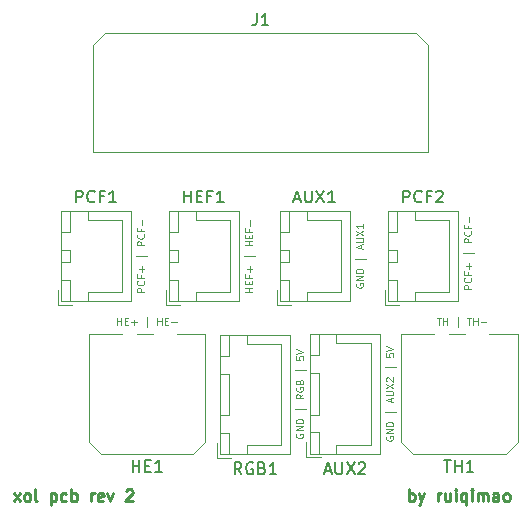
<source format=gbr>
%TF.GenerationSoftware,KiCad,Pcbnew,(6.0.7)*%
%TF.CreationDate,2023-07-30T17:13:32-07:00*%
%TF.ProjectId,xol-pcb,786f6c2d-7063-4622-9e6b-696361645f70,rev?*%
%TF.SameCoordinates,Original*%
%TF.FileFunction,Legend,Top*%
%TF.FilePolarity,Positive*%
%FSLAX46Y46*%
G04 Gerber Fmt 4.6, Leading zero omitted, Abs format (unit mm)*
G04 Created by KiCad (PCBNEW (6.0.7)) date 2023-07-30 17:13:32*
%MOMM*%
%LPD*%
G01*
G04 APERTURE LIST*
%ADD10C,0.100000*%
%ADD11C,0.250000*%
%ADD12C,0.150000*%
%ADD13C,0.120000*%
G04 APERTURE END LIST*
D10*
X60660000Y-64091714D02*
X60631428Y-64148857D01*
X60631428Y-64234571D01*
X60660000Y-64320285D01*
X60717142Y-64377428D01*
X60774285Y-64406000D01*
X60888571Y-64434571D01*
X60974285Y-64434571D01*
X61088571Y-64406000D01*
X61145714Y-64377428D01*
X61202857Y-64320285D01*
X61231428Y-64234571D01*
X61231428Y-64177428D01*
X61202857Y-64091714D01*
X61174285Y-64063142D01*
X60974285Y-64063142D01*
X60974285Y-64177428D01*
X61231428Y-63806000D02*
X60631428Y-63806000D01*
X61231428Y-63463142D01*
X60631428Y-63463142D01*
X61231428Y-63177428D02*
X60631428Y-63177428D01*
X60631428Y-63034571D01*
X60660000Y-62948857D01*
X60717142Y-62891714D01*
X60774285Y-62863142D01*
X60888571Y-62834571D01*
X60974285Y-62834571D01*
X61088571Y-62863142D01*
X61145714Y-62891714D01*
X61202857Y-62948857D01*
X61231428Y-63034571D01*
X61231428Y-63177428D01*
X61431428Y-61977428D02*
X60574285Y-61977428D01*
X61231428Y-60748857D02*
X60945714Y-60948857D01*
X61231428Y-61091714D02*
X60631428Y-61091714D01*
X60631428Y-60863142D01*
X60660000Y-60806000D01*
X60688571Y-60777428D01*
X60745714Y-60748857D01*
X60831428Y-60748857D01*
X60888571Y-60777428D01*
X60917142Y-60806000D01*
X60945714Y-60863142D01*
X60945714Y-61091714D01*
X60660000Y-60177428D02*
X60631428Y-60234571D01*
X60631428Y-60320285D01*
X60660000Y-60406000D01*
X60717142Y-60463142D01*
X60774285Y-60491714D01*
X60888571Y-60520285D01*
X60974285Y-60520285D01*
X61088571Y-60491714D01*
X61145714Y-60463142D01*
X61202857Y-60406000D01*
X61231428Y-60320285D01*
X61231428Y-60263142D01*
X61202857Y-60177428D01*
X61174285Y-60148857D01*
X60974285Y-60148857D01*
X60974285Y-60263142D01*
X60917142Y-59691714D02*
X60945714Y-59606000D01*
X60974285Y-59577428D01*
X61031428Y-59548857D01*
X61117142Y-59548857D01*
X61174285Y-59577428D01*
X61202857Y-59606000D01*
X61231428Y-59663142D01*
X61231428Y-59891714D01*
X60631428Y-59891714D01*
X60631428Y-59691714D01*
X60660000Y-59634571D01*
X60688571Y-59606000D01*
X60745714Y-59577428D01*
X60802857Y-59577428D01*
X60860000Y-59606000D01*
X60888571Y-59634571D01*
X60917142Y-59691714D01*
X60917142Y-59891714D01*
X61431428Y-58691714D02*
X60574285Y-58691714D01*
X60631428Y-57520285D02*
X60631428Y-57806000D01*
X60917142Y-57834571D01*
X60888571Y-57806000D01*
X60860000Y-57748857D01*
X60860000Y-57606000D01*
X60888571Y-57548857D01*
X60917142Y-57520285D01*
X60974285Y-57491714D01*
X61117142Y-57491714D01*
X61174285Y-57520285D01*
X61202857Y-57548857D01*
X61231428Y-57606000D01*
X61231428Y-57748857D01*
X61202857Y-57806000D01*
X61174285Y-57834571D01*
X60631428Y-57320285D02*
X61231428Y-57120285D01*
X60631428Y-56920285D01*
X72533142Y-54281428D02*
X72876000Y-54281428D01*
X72704571Y-54881428D02*
X72704571Y-54281428D01*
X73076000Y-54881428D02*
X73076000Y-54281428D01*
X73076000Y-54567142D02*
X73418857Y-54567142D01*
X73418857Y-54881428D02*
X73418857Y-54281428D01*
X74304571Y-55081428D02*
X74304571Y-54224285D01*
X75104571Y-54281428D02*
X75447428Y-54281428D01*
X75276000Y-54881428D02*
X75276000Y-54281428D01*
X75647428Y-54881428D02*
X75647428Y-54281428D01*
X75647428Y-54567142D02*
X75990285Y-54567142D01*
X75990285Y-54881428D02*
X75990285Y-54281428D01*
X76276000Y-54652857D02*
X76733142Y-54652857D01*
X75455428Y-51825142D02*
X74855428Y-51825142D01*
X74855428Y-51596571D01*
X74884000Y-51539428D01*
X74912571Y-51510857D01*
X74969714Y-51482285D01*
X75055428Y-51482285D01*
X75112571Y-51510857D01*
X75141142Y-51539428D01*
X75169714Y-51596571D01*
X75169714Y-51825142D01*
X75398285Y-50882285D02*
X75426857Y-50910857D01*
X75455428Y-50996571D01*
X75455428Y-51053714D01*
X75426857Y-51139428D01*
X75369714Y-51196571D01*
X75312571Y-51225142D01*
X75198285Y-51253714D01*
X75112571Y-51253714D01*
X74998285Y-51225142D01*
X74941142Y-51196571D01*
X74884000Y-51139428D01*
X74855428Y-51053714D01*
X74855428Y-50996571D01*
X74884000Y-50910857D01*
X74912571Y-50882285D01*
X75141142Y-50425142D02*
X75141142Y-50625142D01*
X75455428Y-50625142D02*
X74855428Y-50625142D01*
X74855428Y-50339428D01*
X75226857Y-50110857D02*
X75226857Y-49653714D01*
X75455428Y-49882285D02*
X74998285Y-49882285D01*
X75655428Y-48768000D02*
X74798285Y-48768000D01*
X75455428Y-47882285D02*
X74855428Y-47882285D01*
X74855428Y-47653714D01*
X74884000Y-47596571D01*
X74912571Y-47568000D01*
X74969714Y-47539428D01*
X75055428Y-47539428D01*
X75112571Y-47568000D01*
X75141142Y-47596571D01*
X75169714Y-47653714D01*
X75169714Y-47882285D01*
X75398285Y-46939428D02*
X75426857Y-46968000D01*
X75455428Y-47053714D01*
X75455428Y-47110857D01*
X75426857Y-47196571D01*
X75369714Y-47253714D01*
X75312571Y-47282285D01*
X75198285Y-47310857D01*
X75112571Y-47310857D01*
X74998285Y-47282285D01*
X74941142Y-47253714D01*
X74884000Y-47196571D01*
X74855428Y-47110857D01*
X74855428Y-47053714D01*
X74884000Y-46968000D01*
X74912571Y-46939428D01*
X75141142Y-46482285D02*
X75141142Y-46682285D01*
X75455428Y-46682285D02*
X74855428Y-46682285D01*
X74855428Y-46396571D01*
X75226857Y-46168000D02*
X75226857Y-45710857D01*
X65740000Y-51364857D02*
X65711428Y-51422000D01*
X65711428Y-51507714D01*
X65740000Y-51593428D01*
X65797142Y-51650571D01*
X65854285Y-51679142D01*
X65968571Y-51707714D01*
X66054285Y-51707714D01*
X66168571Y-51679142D01*
X66225714Y-51650571D01*
X66282857Y-51593428D01*
X66311428Y-51507714D01*
X66311428Y-51450571D01*
X66282857Y-51364857D01*
X66254285Y-51336285D01*
X66054285Y-51336285D01*
X66054285Y-51450571D01*
X66311428Y-51079142D02*
X65711428Y-51079142D01*
X66311428Y-50736285D01*
X65711428Y-50736285D01*
X66311428Y-50450571D02*
X65711428Y-50450571D01*
X65711428Y-50307714D01*
X65740000Y-50222000D01*
X65797142Y-50164857D01*
X65854285Y-50136285D01*
X65968571Y-50107714D01*
X66054285Y-50107714D01*
X66168571Y-50136285D01*
X66225714Y-50164857D01*
X66282857Y-50222000D01*
X66311428Y-50307714D01*
X66311428Y-50450571D01*
X66511428Y-49250571D02*
X65654285Y-49250571D01*
X66140000Y-48393428D02*
X66140000Y-48107714D01*
X66311428Y-48450571D02*
X65711428Y-48250571D01*
X66311428Y-48050571D01*
X65711428Y-47850571D02*
X66197142Y-47850571D01*
X66254285Y-47822000D01*
X66282857Y-47793428D01*
X66311428Y-47736285D01*
X66311428Y-47622000D01*
X66282857Y-47564857D01*
X66254285Y-47536285D01*
X66197142Y-47507714D01*
X65711428Y-47507714D01*
X65711428Y-47279142D02*
X66311428Y-46879142D01*
X65711428Y-46879142D02*
X66311428Y-47279142D01*
X66311428Y-46336285D02*
X66311428Y-46679142D01*
X66311428Y-46507714D02*
X65711428Y-46507714D01*
X65797142Y-46564857D01*
X65854285Y-46622000D01*
X65882857Y-46679142D01*
D11*
X70183904Y-69794380D02*
X70183904Y-68794380D01*
X70183904Y-69175333D02*
X70279142Y-69127714D01*
X70469619Y-69127714D01*
X70564857Y-69175333D01*
X70612476Y-69222952D01*
X70660095Y-69318190D01*
X70660095Y-69603904D01*
X70612476Y-69699142D01*
X70564857Y-69746761D01*
X70469619Y-69794380D01*
X70279142Y-69794380D01*
X70183904Y-69746761D01*
X70993428Y-69127714D02*
X71231523Y-69794380D01*
X71469619Y-69127714D02*
X71231523Y-69794380D01*
X71136285Y-70032476D01*
X71088666Y-70080095D01*
X70993428Y-70127714D01*
X72612476Y-69794380D02*
X72612476Y-69127714D01*
X72612476Y-69318190D02*
X72660095Y-69222952D01*
X72707714Y-69175333D01*
X72802952Y-69127714D01*
X72898190Y-69127714D01*
X73660095Y-69127714D02*
X73660095Y-69794380D01*
X73231523Y-69127714D02*
X73231523Y-69651523D01*
X73279142Y-69746761D01*
X73374380Y-69794380D01*
X73517238Y-69794380D01*
X73612476Y-69746761D01*
X73660095Y-69699142D01*
X74136285Y-69794380D02*
X74136285Y-69127714D01*
X74136285Y-68794380D02*
X74088666Y-68842000D01*
X74136285Y-68889619D01*
X74183904Y-68842000D01*
X74136285Y-68794380D01*
X74136285Y-68889619D01*
X75041047Y-69127714D02*
X75041047Y-70127714D01*
X75041047Y-69746761D02*
X74945809Y-69794380D01*
X74755333Y-69794380D01*
X74660095Y-69746761D01*
X74612476Y-69699142D01*
X74564857Y-69603904D01*
X74564857Y-69318190D01*
X74612476Y-69222952D01*
X74660095Y-69175333D01*
X74755333Y-69127714D01*
X74945809Y-69127714D01*
X75041047Y-69175333D01*
X75517238Y-69794380D02*
X75517238Y-69127714D01*
X75517238Y-68794380D02*
X75469619Y-68842000D01*
X75517238Y-68889619D01*
X75564857Y-68842000D01*
X75517238Y-68794380D01*
X75517238Y-68889619D01*
X75993428Y-69794380D02*
X75993428Y-69127714D01*
X75993428Y-69222952D02*
X76041047Y-69175333D01*
X76136285Y-69127714D01*
X76279142Y-69127714D01*
X76374380Y-69175333D01*
X76422000Y-69270571D01*
X76422000Y-69794380D01*
X76422000Y-69270571D02*
X76469619Y-69175333D01*
X76564857Y-69127714D01*
X76707714Y-69127714D01*
X76802952Y-69175333D01*
X76850571Y-69270571D01*
X76850571Y-69794380D01*
X77755333Y-69794380D02*
X77755333Y-69270571D01*
X77707714Y-69175333D01*
X77612476Y-69127714D01*
X77422000Y-69127714D01*
X77326761Y-69175333D01*
X77755333Y-69746761D02*
X77660095Y-69794380D01*
X77422000Y-69794380D01*
X77326761Y-69746761D01*
X77279142Y-69651523D01*
X77279142Y-69556285D01*
X77326761Y-69461047D01*
X77422000Y-69413428D01*
X77660095Y-69413428D01*
X77755333Y-69365809D01*
X78374380Y-69794380D02*
X78279142Y-69746761D01*
X78231523Y-69699142D01*
X78183904Y-69603904D01*
X78183904Y-69318190D01*
X78231523Y-69222952D01*
X78279142Y-69175333D01*
X78374380Y-69127714D01*
X78517238Y-69127714D01*
X78612476Y-69175333D01*
X78660095Y-69222952D01*
X78707714Y-69318190D01*
X78707714Y-69603904D01*
X78660095Y-69699142D01*
X78612476Y-69746761D01*
X78517238Y-69794380D01*
X78374380Y-69794380D01*
D10*
X47769428Y-52079142D02*
X47169428Y-52079142D01*
X47169428Y-51850571D01*
X47198000Y-51793428D01*
X47226571Y-51764857D01*
X47283714Y-51736285D01*
X47369428Y-51736285D01*
X47426571Y-51764857D01*
X47455142Y-51793428D01*
X47483714Y-51850571D01*
X47483714Y-52079142D01*
X47712285Y-51136285D02*
X47740857Y-51164857D01*
X47769428Y-51250571D01*
X47769428Y-51307714D01*
X47740857Y-51393428D01*
X47683714Y-51450571D01*
X47626571Y-51479142D01*
X47512285Y-51507714D01*
X47426571Y-51507714D01*
X47312285Y-51479142D01*
X47255142Y-51450571D01*
X47198000Y-51393428D01*
X47169428Y-51307714D01*
X47169428Y-51250571D01*
X47198000Y-51164857D01*
X47226571Y-51136285D01*
X47455142Y-50679142D02*
X47455142Y-50879142D01*
X47769428Y-50879142D02*
X47169428Y-50879142D01*
X47169428Y-50593428D01*
X47540857Y-50364857D02*
X47540857Y-49907714D01*
X47769428Y-50136285D02*
X47312285Y-50136285D01*
X47969428Y-49022000D02*
X47112285Y-49022000D01*
X47769428Y-48136285D02*
X47169428Y-48136285D01*
X47169428Y-47907714D01*
X47198000Y-47850571D01*
X47226571Y-47822000D01*
X47283714Y-47793428D01*
X47369428Y-47793428D01*
X47426571Y-47822000D01*
X47455142Y-47850571D01*
X47483714Y-47907714D01*
X47483714Y-48136285D01*
X47712285Y-47193428D02*
X47740857Y-47222000D01*
X47769428Y-47307714D01*
X47769428Y-47364857D01*
X47740857Y-47450571D01*
X47683714Y-47507714D01*
X47626571Y-47536285D01*
X47512285Y-47564857D01*
X47426571Y-47564857D01*
X47312285Y-47536285D01*
X47255142Y-47507714D01*
X47198000Y-47450571D01*
X47169428Y-47364857D01*
X47169428Y-47307714D01*
X47198000Y-47222000D01*
X47226571Y-47193428D01*
X47455142Y-46736285D02*
X47455142Y-46936285D01*
X47769428Y-46936285D02*
X47169428Y-46936285D01*
X47169428Y-46650571D01*
X47540857Y-46422000D02*
X47540857Y-45964857D01*
X68280000Y-64334571D02*
X68251428Y-64391714D01*
X68251428Y-64477428D01*
X68280000Y-64563142D01*
X68337142Y-64620285D01*
X68394285Y-64648857D01*
X68508571Y-64677428D01*
X68594285Y-64677428D01*
X68708571Y-64648857D01*
X68765714Y-64620285D01*
X68822857Y-64563142D01*
X68851428Y-64477428D01*
X68851428Y-64420285D01*
X68822857Y-64334571D01*
X68794285Y-64306000D01*
X68594285Y-64306000D01*
X68594285Y-64420285D01*
X68851428Y-64048857D02*
X68251428Y-64048857D01*
X68851428Y-63706000D01*
X68251428Y-63706000D01*
X68851428Y-63420285D02*
X68251428Y-63420285D01*
X68251428Y-63277428D01*
X68280000Y-63191714D01*
X68337142Y-63134571D01*
X68394285Y-63106000D01*
X68508571Y-63077428D01*
X68594285Y-63077428D01*
X68708571Y-63106000D01*
X68765714Y-63134571D01*
X68822857Y-63191714D01*
X68851428Y-63277428D01*
X68851428Y-63420285D01*
X69051428Y-62220285D02*
X68194285Y-62220285D01*
X68680000Y-61363142D02*
X68680000Y-61077428D01*
X68851428Y-61420285D02*
X68251428Y-61220285D01*
X68851428Y-61020285D01*
X68251428Y-60820285D02*
X68737142Y-60820285D01*
X68794285Y-60791714D01*
X68822857Y-60763142D01*
X68851428Y-60706000D01*
X68851428Y-60591714D01*
X68822857Y-60534571D01*
X68794285Y-60506000D01*
X68737142Y-60477428D01*
X68251428Y-60477428D01*
X68251428Y-60248857D02*
X68851428Y-59848857D01*
X68251428Y-59848857D02*
X68851428Y-60248857D01*
X68308571Y-59648857D02*
X68280000Y-59620285D01*
X68251428Y-59563142D01*
X68251428Y-59420285D01*
X68280000Y-59363142D01*
X68308571Y-59334571D01*
X68365714Y-59306000D01*
X68422857Y-59306000D01*
X68508571Y-59334571D01*
X68851428Y-59677428D01*
X68851428Y-59306000D01*
X69051428Y-58448857D02*
X68194285Y-58448857D01*
X68251428Y-57277428D02*
X68251428Y-57563142D01*
X68537142Y-57591714D01*
X68508571Y-57563142D01*
X68480000Y-57506000D01*
X68480000Y-57363142D01*
X68508571Y-57306000D01*
X68537142Y-57277428D01*
X68594285Y-57248857D01*
X68737142Y-57248857D01*
X68794285Y-57277428D01*
X68822857Y-57306000D01*
X68851428Y-57363142D01*
X68851428Y-57506000D01*
X68822857Y-57563142D01*
X68794285Y-57591714D01*
X68251428Y-57077428D02*
X68851428Y-56877428D01*
X68251428Y-56677428D01*
D11*
X36754357Y-69794380D02*
X37278166Y-69127714D01*
X36754357Y-69127714D02*
X37278166Y-69794380D01*
X37801976Y-69794380D02*
X37706738Y-69746761D01*
X37659119Y-69699142D01*
X37611500Y-69603904D01*
X37611500Y-69318190D01*
X37659119Y-69222952D01*
X37706738Y-69175333D01*
X37801976Y-69127714D01*
X37944833Y-69127714D01*
X38040071Y-69175333D01*
X38087690Y-69222952D01*
X38135309Y-69318190D01*
X38135309Y-69603904D01*
X38087690Y-69699142D01*
X38040071Y-69746761D01*
X37944833Y-69794380D01*
X37801976Y-69794380D01*
X38706738Y-69794380D02*
X38611500Y-69746761D01*
X38563880Y-69651523D01*
X38563880Y-68794380D01*
X39849595Y-69127714D02*
X39849595Y-70127714D01*
X39849595Y-69175333D02*
X39944833Y-69127714D01*
X40135309Y-69127714D01*
X40230547Y-69175333D01*
X40278166Y-69222952D01*
X40325785Y-69318190D01*
X40325785Y-69603904D01*
X40278166Y-69699142D01*
X40230547Y-69746761D01*
X40135309Y-69794380D01*
X39944833Y-69794380D01*
X39849595Y-69746761D01*
X41182928Y-69746761D02*
X41087690Y-69794380D01*
X40897214Y-69794380D01*
X40801976Y-69746761D01*
X40754357Y-69699142D01*
X40706738Y-69603904D01*
X40706738Y-69318190D01*
X40754357Y-69222952D01*
X40801976Y-69175333D01*
X40897214Y-69127714D01*
X41087690Y-69127714D01*
X41182928Y-69175333D01*
X41611500Y-69794380D02*
X41611500Y-68794380D01*
X41611500Y-69175333D02*
X41706738Y-69127714D01*
X41897214Y-69127714D01*
X41992452Y-69175333D01*
X42040071Y-69222952D01*
X42087690Y-69318190D01*
X42087690Y-69603904D01*
X42040071Y-69699142D01*
X41992452Y-69746761D01*
X41897214Y-69794380D01*
X41706738Y-69794380D01*
X41611500Y-69746761D01*
X43278166Y-69794380D02*
X43278166Y-69127714D01*
X43278166Y-69318190D02*
X43325785Y-69222952D01*
X43373404Y-69175333D01*
X43468642Y-69127714D01*
X43563880Y-69127714D01*
X44278166Y-69746761D02*
X44182928Y-69794380D01*
X43992452Y-69794380D01*
X43897214Y-69746761D01*
X43849595Y-69651523D01*
X43849595Y-69270571D01*
X43897214Y-69175333D01*
X43992452Y-69127714D01*
X44182928Y-69127714D01*
X44278166Y-69175333D01*
X44325785Y-69270571D01*
X44325785Y-69365809D01*
X43849595Y-69461047D01*
X44659119Y-69127714D02*
X44897214Y-69794380D01*
X45135309Y-69127714D01*
X46230547Y-68889619D02*
X46278166Y-68842000D01*
X46373404Y-68794380D01*
X46611500Y-68794380D01*
X46706738Y-68842000D01*
X46754357Y-68889619D01*
X46801976Y-68984857D01*
X46801976Y-69080095D01*
X46754357Y-69222952D01*
X46182928Y-69794380D01*
X46801976Y-69794380D01*
D10*
X45491714Y-54881428D02*
X45491714Y-54281428D01*
X45491714Y-54567142D02*
X45834571Y-54567142D01*
X45834571Y-54881428D02*
X45834571Y-54281428D01*
X46120285Y-54567142D02*
X46320285Y-54567142D01*
X46406000Y-54881428D02*
X46120285Y-54881428D01*
X46120285Y-54281428D01*
X46406000Y-54281428D01*
X46663142Y-54652857D02*
X47120285Y-54652857D01*
X46891714Y-54881428D02*
X46891714Y-54424285D01*
X48006000Y-55081428D02*
X48006000Y-54224285D01*
X48891714Y-54881428D02*
X48891714Y-54281428D01*
X48891714Y-54567142D02*
X49234571Y-54567142D01*
X49234571Y-54881428D02*
X49234571Y-54281428D01*
X49520285Y-54567142D02*
X49720285Y-54567142D01*
X49806000Y-54881428D02*
X49520285Y-54881428D01*
X49520285Y-54281428D01*
X49806000Y-54281428D01*
X50063142Y-54652857D02*
X50520285Y-54652857D01*
X56913428Y-52050571D02*
X56313428Y-52050571D01*
X56599142Y-52050571D02*
X56599142Y-51707714D01*
X56913428Y-51707714D02*
X56313428Y-51707714D01*
X56599142Y-51422000D02*
X56599142Y-51222000D01*
X56913428Y-51136285D02*
X56913428Y-51422000D01*
X56313428Y-51422000D01*
X56313428Y-51136285D01*
X56599142Y-50679142D02*
X56599142Y-50879142D01*
X56913428Y-50879142D02*
X56313428Y-50879142D01*
X56313428Y-50593428D01*
X56684857Y-50364857D02*
X56684857Y-49907714D01*
X56913428Y-50136285D02*
X56456285Y-50136285D01*
X57113428Y-49022000D02*
X56256285Y-49022000D01*
X56913428Y-48136285D02*
X56313428Y-48136285D01*
X56599142Y-48136285D02*
X56599142Y-47793428D01*
X56913428Y-47793428D02*
X56313428Y-47793428D01*
X56599142Y-47507714D02*
X56599142Y-47307714D01*
X56913428Y-47222000D02*
X56913428Y-47507714D01*
X56313428Y-47507714D01*
X56313428Y-47222000D01*
X56599142Y-46764857D02*
X56599142Y-46964857D01*
X56913428Y-46964857D02*
X56313428Y-46964857D01*
X56313428Y-46679142D01*
X56684857Y-46450571D02*
X56684857Y-45993428D01*
D12*
%TO.C,HE1*%
X46791714Y-67308380D02*
X46791714Y-66308380D01*
X46791714Y-66784571D02*
X47363142Y-66784571D01*
X47363142Y-67308380D02*
X47363142Y-66308380D01*
X47839333Y-66784571D02*
X48172666Y-66784571D01*
X48315523Y-67308380D02*
X47839333Y-67308380D01*
X47839333Y-66308380D01*
X48315523Y-66308380D01*
X49267904Y-67308380D02*
X48696476Y-67308380D01*
X48982190Y-67308380D02*
X48982190Y-66308380D01*
X48886952Y-66451238D01*
X48791714Y-66546476D01*
X48696476Y-66594095D01*
%TO.C,HEF1*%
X51165142Y-44488380D02*
X51165142Y-43488380D01*
X51165142Y-43964571D02*
X51736571Y-43964571D01*
X51736571Y-44488380D02*
X51736571Y-43488380D01*
X52212761Y-43964571D02*
X52546095Y-43964571D01*
X52688952Y-44488380D02*
X52212761Y-44488380D01*
X52212761Y-43488380D01*
X52688952Y-43488380D01*
X53450857Y-43964571D02*
X53117523Y-43964571D01*
X53117523Y-44488380D02*
X53117523Y-43488380D01*
X53593714Y-43488380D01*
X54498476Y-44488380D02*
X53927047Y-44488380D01*
X54212761Y-44488380D02*
X54212761Y-43488380D01*
X54117523Y-43631238D01*
X54022285Y-43726476D01*
X53927047Y-43774095D01*
%TO.C,PCF1*%
X41997333Y-44488380D02*
X41997333Y-43488380D01*
X42378285Y-43488380D01*
X42473523Y-43536000D01*
X42521142Y-43583619D01*
X42568761Y-43678857D01*
X42568761Y-43821714D01*
X42521142Y-43916952D01*
X42473523Y-43964571D01*
X42378285Y-44012190D01*
X41997333Y-44012190D01*
X43568761Y-44393142D02*
X43521142Y-44440761D01*
X43378285Y-44488380D01*
X43283047Y-44488380D01*
X43140190Y-44440761D01*
X43044952Y-44345523D01*
X42997333Y-44250285D01*
X42949714Y-44059809D01*
X42949714Y-43916952D01*
X42997333Y-43726476D01*
X43044952Y-43631238D01*
X43140190Y-43536000D01*
X43283047Y-43488380D01*
X43378285Y-43488380D01*
X43521142Y-43536000D01*
X43568761Y-43583619D01*
X44330666Y-43964571D02*
X43997333Y-43964571D01*
X43997333Y-44488380D02*
X43997333Y-43488380D01*
X44473523Y-43488380D01*
X45378285Y-44488380D02*
X44806857Y-44488380D01*
X45092571Y-44488380D02*
X45092571Y-43488380D01*
X44997333Y-43631238D01*
X44902095Y-43726476D01*
X44806857Y-43774095D01*
%TO.C,J1*%
X57290666Y-28493380D02*
X57290666Y-29207666D01*
X57243047Y-29350523D01*
X57147809Y-29445761D01*
X57004952Y-29493380D01*
X56909714Y-29493380D01*
X58290666Y-29493380D02*
X57719238Y-29493380D01*
X58004952Y-29493380D02*
X58004952Y-28493380D01*
X57909714Y-28636238D01*
X57814476Y-28731476D01*
X57719238Y-28779095D01*
%TO.C,TH1*%
X73160285Y-66308380D02*
X73731714Y-66308380D01*
X73446000Y-67308380D02*
X73446000Y-66308380D01*
X74065047Y-67308380D02*
X74065047Y-66308380D01*
X74065047Y-66784571D02*
X74636476Y-66784571D01*
X74636476Y-67308380D02*
X74636476Y-66308380D01*
X75636476Y-67308380D02*
X75065047Y-67308380D01*
X75350761Y-67308380D02*
X75350761Y-66308380D01*
X75255523Y-66451238D01*
X75160285Y-66546476D01*
X75065047Y-66594095D01*
%TO.C,AUX2*%
X63055714Y-67222666D02*
X63531904Y-67222666D01*
X62960476Y-67508380D02*
X63293809Y-66508380D01*
X63627142Y-67508380D01*
X63960476Y-66508380D02*
X63960476Y-67317904D01*
X64008095Y-67413142D01*
X64055714Y-67460761D01*
X64150952Y-67508380D01*
X64341428Y-67508380D01*
X64436666Y-67460761D01*
X64484285Y-67413142D01*
X64531904Y-67317904D01*
X64531904Y-66508380D01*
X64912857Y-66508380D02*
X65579523Y-67508380D01*
X65579523Y-66508380D02*
X64912857Y-67508380D01*
X65912857Y-66603619D02*
X65960476Y-66556000D01*
X66055714Y-66508380D01*
X66293809Y-66508380D01*
X66389047Y-66556000D01*
X66436666Y-66603619D01*
X66484285Y-66698857D01*
X66484285Y-66794095D01*
X66436666Y-66936952D01*
X65865238Y-67508380D01*
X66484285Y-67508380D01*
%TO.C,RGB1*%
X56000333Y-67508380D02*
X55667000Y-67032190D01*
X55428904Y-67508380D02*
X55428904Y-66508380D01*
X55809857Y-66508380D01*
X55905095Y-66556000D01*
X55952714Y-66603619D01*
X56000333Y-66698857D01*
X56000333Y-66841714D01*
X55952714Y-66936952D01*
X55905095Y-66984571D01*
X55809857Y-67032190D01*
X55428904Y-67032190D01*
X56952714Y-66556000D02*
X56857476Y-66508380D01*
X56714619Y-66508380D01*
X56571761Y-66556000D01*
X56476523Y-66651238D01*
X56428904Y-66746476D01*
X56381285Y-66936952D01*
X56381285Y-67079809D01*
X56428904Y-67270285D01*
X56476523Y-67365523D01*
X56571761Y-67460761D01*
X56714619Y-67508380D01*
X56809857Y-67508380D01*
X56952714Y-67460761D01*
X57000333Y-67413142D01*
X57000333Y-67079809D01*
X56809857Y-67079809D01*
X57762238Y-66984571D02*
X57905095Y-67032190D01*
X57952714Y-67079809D01*
X58000333Y-67175047D01*
X58000333Y-67317904D01*
X57952714Y-67413142D01*
X57905095Y-67460761D01*
X57809857Y-67508380D01*
X57428904Y-67508380D01*
X57428904Y-66508380D01*
X57762238Y-66508380D01*
X57857476Y-66556000D01*
X57905095Y-66603619D01*
X57952714Y-66698857D01*
X57952714Y-66794095D01*
X57905095Y-66889333D01*
X57857476Y-66936952D01*
X57762238Y-66984571D01*
X57428904Y-66984571D01*
X58952714Y-67508380D02*
X58381285Y-67508380D01*
X58667000Y-67508380D02*
X58667000Y-66508380D01*
X58571761Y-66651238D01*
X58476523Y-66746476D01*
X58381285Y-66794095D01*
%TO.C,PCF2*%
X69683333Y-44488380D02*
X69683333Y-43488380D01*
X70064285Y-43488380D01*
X70159523Y-43536000D01*
X70207142Y-43583619D01*
X70254761Y-43678857D01*
X70254761Y-43821714D01*
X70207142Y-43916952D01*
X70159523Y-43964571D01*
X70064285Y-44012190D01*
X69683333Y-44012190D01*
X71254761Y-44393142D02*
X71207142Y-44440761D01*
X71064285Y-44488380D01*
X70969047Y-44488380D01*
X70826190Y-44440761D01*
X70730952Y-44345523D01*
X70683333Y-44250285D01*
X70635714Y-44059809D01*
X70635714Y-43916952D01*
X70683333Y-43726476D01*
X70730952Y-43631238D01*
X70826190Y-43536000D01*
X70969047Y-43488380D01*
X71064285Y-43488380D01*
X71207142Y-43536000D01*
X71254761Y-43583619D01*
X72016666Y-43964571D02*
X71683333Y-43964571D01*
X71683333Y-44488380D02*
X71683333Y-43488380D01*
X72159523Y-43488380D01*
X72492857Y-43583619D02*
X72540476Y-43536000D01*
X72635714Y-43488380D01*
X72873809Y-43488380D01*
X72969047Y-43536000D01*
X73016666Y-43583619D01*
X73064285Y-43678857D01*
X73064285Y-43774095D01*
X73016666Y-43916952D01*
X72445238Y-44488380D01*
X73064285Y-44488380D01*
%TO.C,AUX1*%
X60491714Y-44202666D02*
X60967904Y-44202666D01*
X60396476Y-44488380D02*
X60729809Y-43488380D01*
X61063142Y-44488380D01*
X61396476Y-43488380D02*
X61396476Y-44297904D01*
X61444095Y-44393142D01*
X61491714Y-44440761D01*
X61586952Y-44488380D01*
X61777428Y-44488380D01*
X61872666Y-44440761D01*
X61920285Y-44393142D01*
X61967904Y-44297904D01*
X61967904Y-43488380D01*
X62348857Y-43488380D02*
X63015523Y-44488380D01*
X63015523Y-43488380D02*
X62348857Y-44488380D01*
X63920285Y-44488380D02*
X63348857Y-44488380D01*
X63634571Y-44488380D02*
X63634571Y-43488380D01*
X63539333Y-43631238D01*
X63444095Y-43726476D01*
X63348857Y-43774095D01*
D13*
%TO.C,HE1*%
X44071000Y-65766000D02*
X43071000Y-64766000D01*
X43071000Y-55646000D02*
X45854233Y-55646000D01*
X51941000Y-65766000D02*
X44071000Y-65766000D01*
X52941000Y-64766000D02*
X51941000Y-65766000D01*
X52941000Y-55646000D02*
X50516000Y-55646000D01*
X43071000Y-64766000D02*
X43071000Y-55646000D01*
X52941000Y-55646000D02*
X52941000Y-64766000D01*
X48496000Y-55646000D02*
X47157767Y-55646000D01*
%TO.C,HEF1*%
X52124000Y-45992000D02*
X55074000Y-45992000D01*
X50624000Y-45242000D02*
X49874000Y-45242000D01*
X49874000Y-48542000D02*
X49874000Y-49542000D01*
X55834000Y-45232000D02*
X49864000Y-45232000D01*
X49864000Y-52852000D02*
X55834000Y-52852000D01*
X50624000Y-47042000D02*
X50624000Y-45242000D01*
X49874000Y-52842000D02*
X50624000Y-52842000D01*
X49574000Y-51892000D02*
X49574000Y-53142000D01*
X49874000Y-47042000D02*
X50624000Y-47042000D01*
X55074000Y-52092000D02*
X55074000Y-49042000D01*
X55074000Y-45992000D02*
X55074000Y-49042000D01*
X49874000Y-51042000D02*
X49874000Y-52842000D01*
X52124000Y-45242000D02*
X52124000Y-45992000D01*
X50624000Y-52842000D02*
X50624000Y-51042000D01*
X50624000Y-51042000D02*
X49874000Y-51042000D01*
X49574000Y-53142000D02*
X50824000Y-53142000D01*
X52124000Y-52092000D02*
X55074000Y-52092000D01*
X55834000Y-52852000D02*
X55834000Y-45232000D01*
X49864000Y-45232000D02*
X49864000Y-52852000D01*
X50624000Y-48542000D02*
X49874000Y-48542000D01*
X50624000Y-49542000D02*
X50624000Y-48542000D01*
X52124000Y-52842000D02*
X52124000Y-52092000D01*
X49874000Y-45242000D02*
X49874000Y-47042000D01*
X49874000Y-49542000D02*
X50624000Y-49542000D01*
%TO.C,PCF1*%
X40720000Y-45232000D02*
X40720000Y-52852000D01*
X40430000Y-51892000D02*
X40430000Y-53142000D01*
X42980000Y-52092000D02*
X45930000Y-52092000D01*
X40730000Y-51042000D02*
X40730000Y-52842000D01*
X40730000Y-48542000D02*
X40730000Y-49542000D01*
X42980000Y-45242000D02*
X42980000Y-45992000D01*
X40730000Y-47042000D02*
X41480000Y-47042000D01*
X45930000Y-45992000D02*
X45930000Y-49042000D01*
X41480000Y-49542000D02*
X41480000Y-48542000D01*
X40430000Y-53142000D02*
X41680000Y-53142000D01*
X42980000Y-52842000D02*
X42980000Y-52092000D01*
X40730000Y-45242000D02*
X40730000Y-47042000D01*
X42980000Y-45992000D02*
X45930000Y-45992000D01*
X41480000Y-48542000D02*
X40730000Y-48542000D01*
X40720000Y-52852000D02*
X46690000Y-52852000D01*
X45930000Y-52092000D02*
X45930000Y-49042000D01*
X41480000Y-52842000D02*
X41480000Y-51042000D01*
X40730000Y-52842000D02*
X41480000Y-52842000D01*
X41480000Y-51042000D02*
X40730000Y-51042000D01*
X46690000Y-52852000D02*
X46690000Y-45232000D01*
X41480000Y-47042000D02*
X41480000Y-45242000D01*
X41480000Y-45242000D02*
X40730000Y-45242000D01*
X40730000Y-49542000D02*
X41480000Y-49542000D01*
X46690000Y-45232000D02*
X40720000Y-45232000D01*
%TO.C,J1*%
X43439000Y-31131000D02*
X44439000Y-30131000D01*
X43439000Y-40261000D02*
X43439000Y-31131000D01*
X44439000Y-30131000D02*
X70809000Y-30131000D01*
X71809000Y-40261000D02*
X43439000Y-40261000D01*
X70809000Y-30131000D02*
X71809000Y-31131000D01*
X71809000Y-31131000D02*
X71809000Y-40261000D01*
%TO.C,TH1*%
X79381000Y-55646000D02*
X79381000Y-64766000D01*
X70511000Y-65766000D02*
X69511000Y-64766000D01*
X78381000Y-65766000D02*
X70511000Y-65766000D01*
X79381000Y-64766000D02*
X78381000Y-65766000D01*
X69511000Y-64766000D02*
X69511000Y-55646000D01*
X79381000Y-55646000D02*
X76956000Y-55646000D01*
X74936000Y-55646000D02*
X73597767Y-55646000D01*
X69511000Y-55646000D02*
X72294233Y-55646000D01*
%TO.C,AUX2*%
X62545000Y-58956000D02*
X61795000Y-58956000D01*
X62545000Y-63956000D02*
X61795000Y-63956000D01*
X62545000Y-57456000D02*
X62545000Y-55656000D01*
X62545000Y-65756000D02*
X62545000Y-63956000D01*
X61795000Y-62456000D02*
X62545000Y-62456000D01*
X66995000Y-56406000D02*
X66995000Y-60706000D01*
X61495000Y-66056000D02*
X62745000Y-66056000D01*
X62545000Y-62456000D02*
X62545000Y-58956000D01*
X64045000Y-56406000D02*
X66995000Y-56406000D01*
X64045000Y-65756000D02*
X64045000Y-65006000D01*
X61785000Y-65766000D02*
X67755000Y-65766000D01*
X61795000Y-57456000D02*
X62545000Y-57456000D01*
X67755000Y-65766000D02*
X67755000Y-55646000D01*
X61795000Y-65756000D02*
X62545000Y-65756000D01*
X61795000Y-55656000D02*
X61795000Y-57456000D01*
X64045000Y-65006000D02*
X66995000Y-65006000D01*
X61785000Y-55646000D02*
X61785000Y-65766000D01*
X67755000Y-55646000D02*
X61785000Y-55646000D01*
X61795000Y-58956000D02*
X61795000Y-62456000D01*
X62545000Y-55656000D02*
X61795000Y-55656000D01*
X64045000Y-55656000D02*
X64045000Y-56406000D01*
X66995000Y-65006000D02*
X66995000Y-60706000D01*
X61795000Y-63956000D02*
X61795000Y-65756000D01*
X61495000Y-64806000D02*
X61495000Y-66056000D01*
%TO.C,RGB1*%
X54942000Y-58996000D02*
X54192000Y-58996000D01*
X54182000Y-55686000D02*
X54182000Y-65806000D01*
X53892000Y-66096000D02*
X55142000Y-66096000D01*
X59392000Y-65046000D02*
X59392000Y-60746000D01*
X60152000Y-55686000D02*
X54182000Y-55686000D01*
X54942000Y-62496000D02*
X54942000Y-58996000D01*
X60152000Y-65806000D02*
X60152000Y-55686000D01*
X54192000Y-57496000D02*
X54942000Y-57496000D01*
X54942000Y-55696000D02*
X54192000Y-55696000D01*
X54192000Y-62496000D02*
X54942000Y-62496000D01*
X56442000Y-65796000D02*
X56442000Y-65046000D01*
X54942000Y-63996000D02*
X54192000Y-63996000D01*
X54942000Y-57496000D02*
X54942000Y-55696000D01*
X54192000Y-55696000D02*
X54192000Y-57496000D01*
X56442000Y-56446000D02*
X59392000Y-56446000D01*
X54182000Y-65806000D02*
X60152000Y-65806000D01*
X53892000Y-64846000D02*
X53892000Y-66096000D01*
X59392000Y-56446000D02*
X59392000Y-60746000D01*
X54192000Y-58996000D02*
X54192000Y-62496000D01*
X56442000Y-55696000D02*
X56442000Y-56446000D01*
X54192000Y-63996000D02*
X54192000Y-65796000D01*
X54942000Y-65796000D02*
X54942000Y-63996000D01*
X56442000Y-65046000D02*
X59392000Y-65046000D01*
X54192000Y-65796000D02*
X54942000Y-65796000D01*
%TO.C,PCF2*%
X69166000Y-48542000D02*
X68416000Y-48542000D01*
X68416000Y-51042000D02*
X68416000Y-52842000D01*
X73616000Y-45992000D02*
X73616000Y-49042000D01*
X74376000Y-45232000D02*
X68406000Y-45232000D01*
X70666000Y-52842000D02*
X70666000Y-52092000D01*
X68116000Y-53142000D02*
X69366000Y-53142000D01*
X70666000Y-52092000D02*
X73616000Y-52092000D01*
X68406000Y-52852000D02*
X74376000Y-52852000D01*
X68416000Y-49542000D02*
X69166000Y-49542000D01*
X68406000Y-45232000D02*
X68406000Y-52852000D01*
X70666000Y-45992000D02*
X73616000Y-45992000D01*
X68416000Y-47042000D02*
X69166000Y-47042000D01*
X70666000Y-45242000D02*
X70666000Y-45992000D01*
X74376000Y-52852000D02*
X74376000Y-45232000D01*
X68116000Y-51892000D02*
X68116000Y-53142000D01*
X68416000Y-52842000D02*
X69166000Y-52842000D01*
X68416000Y-45242000D02*
X68416000Y-47042000D01*
X73616000Y-52092000D02*
X73616000Y-49042000D01*
X69166000Y-52842000D02*
X69166000Y-51042000D01*
X69166000Y-45242000D02*
X68416000Y-45242000D01*
X69166000Y-49542000D02*
X69166000Y-48542000D01*
X68416000Y-48542000D02*
X68416000Y-49542000D01*
X69166000Y-51042000D02*
X68416000Y-51042000D01*
X69166000Y-47042000D02*
X69166000Y-45242000D01*
%TO.C,AUX1*%
X60022000Y-52842000D02*
X60022000Y-51042000D01*
X64472000Y-52092000D02*
X64472000Y-49042000D01*
X58972000Y-53142000D02*
X60222000Y-53142000D01*
X60022000Y-48542000D02*
X59272000Y-48542000D01*
X59272000Y-51042000D02*
X59272000Y-52842000D01*
X64472000Y-45992000D02*
X64472000Y-49042000D01*
X60022000Y-45242000D02*
X59272000Y-45242000D01*
X65232000Y-45232000D02*
X59262000Y-45232000D01*
X59272000Y-45242000D02*
X59272000Y-47042000D01*
X59272000Y-52842000D02*
X60022000Y-52842000D01*
X61522000Y-45992000D02*
X64472000Y-45992000D01*
X59272000Y-49542000D02*
X60022000Y-49542000D01*
X61522000Y-52092000D02*
X64472000Y-52092000D01*
X60022000Y-49542000D02*
X60022000Y-48542000D01*
X60022000Y-51042000D02*
X59272000Y-51042000D01*
X61522000Y-45242000D02*
X61522000Y-45992000D01*
X59272000Y-48542000D02*
X59272000Y-49542000D01*
X60022000Y-47042000D02*
X60022000Y-45242000D01*
X65232000Y-52852000D02*
X65232000Y-45232000D01*
X59262000Y-52852000D02*
X65232000Y-52852000D01*
X58972000Y-51892000D02*
X58972000Y-53142000D01*
X61522000Y-52842000D02*
X61522000Y-52092000D01*
X59262000Y-45232000D02*
X59262000Y-52852000D01*
X59272000Y-47042000D02*
X60022000Y-47042000D01*
%TD*%
M02*

</source>
